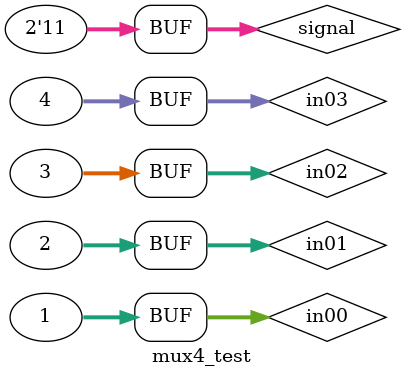
<source format=v>
`timescale 1ns / 1ps


module mux4_test;

	// Inputs
	reg [31:0] in00;
	reg [31:0] in01;
	reg [31:0] in02;
	reg [31:0] in03;
	reg [1:0] signal;

	// Outputs
	wire [31:0] out_mux4;

	// Instantiate the Unit Under Test (UUT)
	mux4 uut (
		.in00(in00), 
		.in01(in01), 
		.in02(in02), 
		.in03(in03), 
		.signal(signal), 
		.out_mux4(out_mux4)
	);

	initial begin
		// Initialize Inputs
		in00 = 1;
		in01 = 2;
		in02 = 3;
		in03 = 4;
		signal = 0;

		// Wait 100 ns for global reset to finish
		#100;
      
		in00 = 1;
		in01 = 2;
		in02 = 3;
		in03 = 4;
		signal = 1;

		// Wait 100 ns for global reset to finish
		#100;
      
		in00 = 1;
		in01 = 2;
		in02 = 3;
		in03 = 4;
		signal = 2;

		// Wait 100 ns for global reset to finish
		#100;
      
		in00 = 1;
		in01 = 2;
		in02 = 3;
		in03 = 4;
		signal = 3;

		// Wait 100 ns for global reset to finish
		#100;
      		
		// Add stimulus here

	end
      
endmodule


</source>
